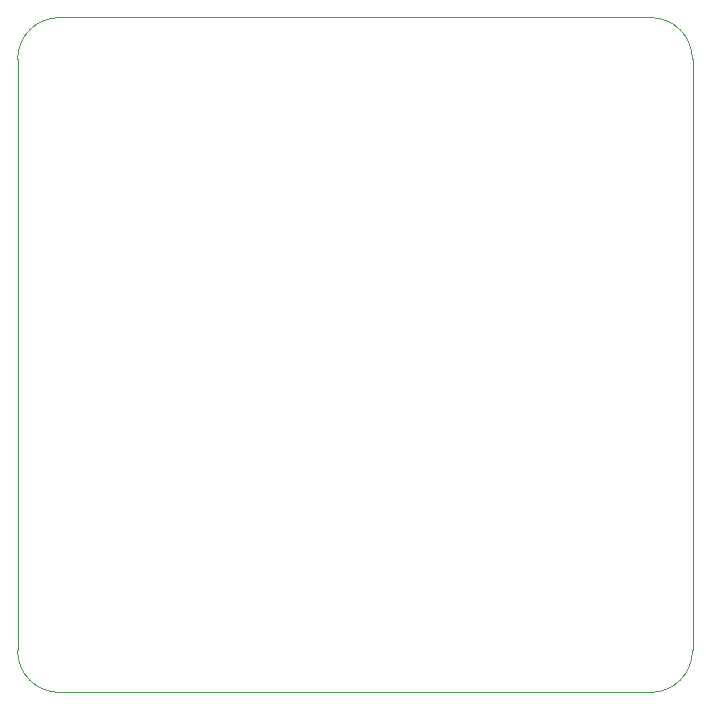
<source format=gbr>
%TF.GenerationSoftware,KiCad,Pcbnew,(6.0.6)*%
%TF.CreationDate,2022-07-27T00:23:15-07:00*%
%TF.ProjectId,AUTOPUMP_V2.02,4155544f-5055-44d5-905f-56322e30322e,rev?*%
%TF.SameCoordinates,Original*%
%TF.FileFunction,Profile,NP*%
%FSLAX46Y46*%
G04 Gerber Fmt 4.6, Leading zero omitted, Abs format (unit mm)*
G04 Created by KiCad (PCBNEW (6.0.6)) date 2022-07-27 00:23:15*
%MOMM*%
%LPD*%
G01*
G04 APERTURE LIST*
%TA.AperFunction,Profile*%
%ADD10C,0.100000*%
%TD*%
G04 APERTURE END LIST*
D10*
X157099000Y-104521000D02*
X107061000Y-104521000D01*
X160655000Y-50927000D02*
G75*
G03*
X157099000Y-47371000I-3556000J0D01*
G01*
X103505000Y-100965000D02*
G75*
G03*
X107061000Y-104521000I3556000J0D01*
G01*
X157099000Y-104521000D02*
G75*
G03*
X160655000Y-100965000I0J3556000D01*
G01*
X160655000Y-100965000D02*
X160655000Y-50927000D01*
X107061000Y-47371000D02*
G75*
G03*
X103505000Y-50927000I0J-3556000D01*
G01*
X157099000Y-47371000D02*
X107061000Y-47371000D01*
X103505000Y-100965000D02*
X103505000Y-50927000D01*
M02*

</source>
